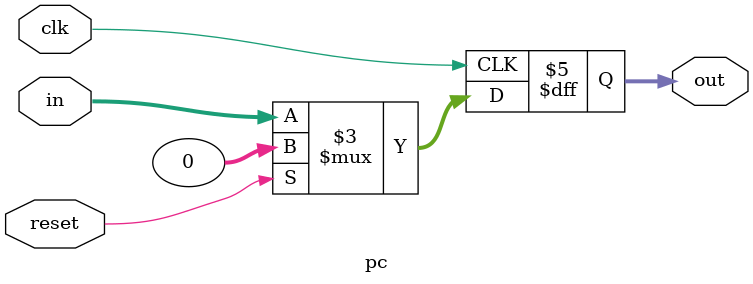
<source format=v>
`timescale 1ns / 1ps
module pc #(parameter  n= 32)(
 input clk,
 input reset,
 input[n-1 : 0] in,
 output reg[n-1 : 0] out 
 
  );
  
always @(posedge clk  )
 begin           
    if(reset)                                  
        out <= 32'h00000000;
    else               
        out <= in;

end


endmodule
</source>
